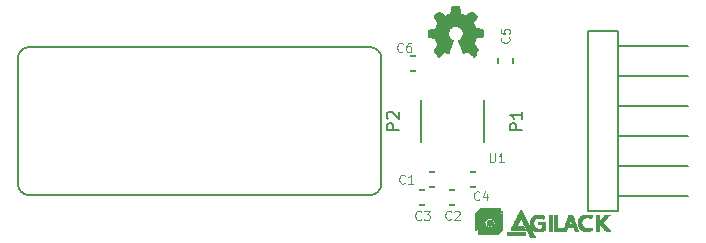
<source format=gto>
G04 #@! TF.FileFunction,Legend,Top*
%FSLAX46Y46*%
G04 Gerber Fmt 4.6, Leading zero omitted, Abs format (unit mm)*
G04 Created by KiCad (PCBNEW 4.0.2+dfsg1-stable) date ven. 30 juin 2017 17:47:39 CEST*
%MOMM*%
G01*
G04 APERTURE LIST*
%ADD10C,0.100000*%
%ADD11C,0.150000*%
%ADD12C,0.203200*%
%ADD13C,0.127000*%
%ADD14C,0.027940*%
%ADD15C,0.124460*%
%ADD16C,0.101600*%
%ADD17C,2.178000*%
%ADD18C,4.900000*%
%ADD19R,0.699720X2.180540*%
%ADD20R,1.035000X1.543000*%
%ADD21R,1.543000X1.035000*%
%ADD22R,2.400000X2.300000*%
%ADD23C,2.300000*%
G04 APERTURE END LIST*
D10*
D11*
X123106200Y-110275000D02*
G75*
G03X124106200Y-111275000I1000000J0D01*
G01*
X152906200Y-111275000D02*
G75*
G03X153906200Y-110275000I0J1000000D01*
G01*
X153906200Y-99725000D02*
G75*
G03X152906200Y-98725000I-1000000J0D01*
G01*
X124106200Y-98725000D02*
G75*
G03X123106200Y-99725000I0J-1000000D01*
G01*
X124106200Y-98725000D02*
X152906200Y-98725000D01*
X153906200Y-99725000D02*
X153906200Y-110275000D01*
X152906200Y-111275000D02*
X124106200Y-111275000D01*
X123106200Y-110275000D02*
X123106200Y-99725000D01*
D12*
X157218400Y-103252480D02*
X157218400Y-106747520D01*
X162618400Y-106747520D02*
X162618400Y-103252480D01*
D13*
X157048200Y-109321600D02*
X159334200Y-109321600D01*
X159334200Y-109321600D02*
X159334200Y-110591600D01*
X159334200Y-110591600D02*
X157048200Y-110591600D01*
X157048200Y-110591600D02*
X157048200Y-109321600D01*
X158775400Y-110845600D02*
X161061400Y-110845600D01*
X161061400Y-110845600D02*
X161061400Y-112115600D01*
X161061400Y-112115600D02*
X158775400Y-112115600D01*
X158775400Y-112115600D02*
X158775400Y-110845600D01*
X158521400Y-112141000D02*
X156235400Y-112141000D01*
X156235400Y-112141000D02*
X156235400Y-110871000D01*
X156235400Y-110871000D02*
X158521400Y-110871000D01*
X158521400Y-110871000D02*
X158521400Y-112141000D01*
X162788600Y-110591600D02*
X160502600Y-110591600D01*
X160502600Y-110591600D02*
X160502600Y-109321600D01*
X160502600Y-109321600D02*
X162788600Y-109321600D01*
X162788600Y-109321600D02*
X162788600Y-110591600D01*
X165049200Y-98780600D02*
X165049200Y-101066600D01*
X165049200Y-101066600D02*
X163779200Y-101066600D01*
X163779200Y-101066600D02*
X163779200Y-98780600D01*
X163779200Y-98780600D02*
X165049200Y-98780600D01*
X157759400Y-100774500D02*
X155473400Y-100774500D01*
X155473400Y-100774500D02*
X155473400Y-99504500D01*
X155473400Y-99504500D02*
X157759400Y-99504500D01*
X157759400Y-99504500D02*
X157759400Y-100774500D01*
D11*
X179889800Y-111350000D02*
X173889800Y-111350000D01*
X179889800Y-108810000D02*
X173889800Y-108810000D01*
X179889800Y-106270000D02*
X173889800Y-106270000D01*
X179889800Y-103730000D02*
X173889800Y-103730000D01*
X179889800Y-101190000D02*
X173889800Y-101190000D01*
X179889800Y-98650000D02*
X173889800Y-98650000D01*
X171349800Y-97380000D02*
X171349800Y-112620000D01*
X171349800Y-112620000D02*
X173889800Y-112620000D01*
X173889800Y-112620000D02*
X173889800Y-97380000D01*
X171349800Y-97380000D02*
X173889800Y-97380000D01*
D14*
X159994600Y-95250000D02*
X160248600Y-95250000D01*
X159842200Y-95275400D02*
X160477200Y-95275400D01*
X159842200Y-95300800D02*
X160477200Y-95300800D01*
X159816800Y-95326200D02*
X160502600Y-95326200D01*
X159816800Y-95351600D02*
X160502600Y-95351600D01*
X159816800Y-95377000D02*
X160502600Y-95377000D01*
X159816800Y-95402400D02*
X160502600Y-95402400D01*
X159816800Y-95427800D02*
X160502600Y-95427800D01*
X159816800Y-95453200D02*
X160502600Y-95453200D01*
X159791400Y-95478600D02*
X160528000Y-95478600D01*
X159791400Y-95504000D02*
X160528000Y-95504000D01*
X159791400Y-95529400D02*
X160528000Y-95529400D01*
X159791400Y-95554800D02*
X160528000Y-95554800D01*
X159791400Y-95580200D02*
X160528000Y-95580200D01*
X159766000Y-95605600D02*
X160528000Y-95605600D01*
X159766000Y-95631000D02*
X160553400Y-95631000D01*
X159766000Y-95656400D02*
X160553400Y-95656400D01*
X159766000Y-95681800D02*
X160553400Y-95681800D01*
X159766000Y-95707200D02*
X160553400Y-95707200D01*
X158724600Y-95732600D02*
X158800800Y-95732600D01*
X159766000Y-95732600D02*
X160553400Y-95732600D01*
X161493200Y-95732600D02*
X161594800Y-95732600D01*
X158699200Y-95758000D02*
X158826200Y-95758000D01*
X159740600Y-95758000D02*
X160553400Y-95758000D01*
X161442400Y-95758000D02*
X161620200Y-95758000D01*
X158673800Y-95783400D02*
X158877000Y-95783400D01*
X159740600Y-95783400D02*
X160553400Y-95783400D01*
X161417000Y-95783400D02*
X161645600Y-95783400D01*
X158623000Y-95808800D02*
X158902400Y-95808800D01*
X159740600Y-95808800D02*
X160578800Y-95808800D01*
X161366200Y-95808800D02*
X161696400Y-95808800D01*
X158597600Y-95834200D02*
X158953200Y-95834200D01*
X159740600Y-95834200D02*
X160578800Y-95834200D01*
X161340800Y-95834200D02*
X161721800Y-95834200D01*
X158572200Y-95859600D02*
X158978600Y-95859600D01*
X159740600Y-95859600D02*
X160578800Y-95859600D01*
X161290000Y-95859600D02*
X161747200Y-95859600D01*
X158546800Y-95885000D02*
X159004000Y-95885000D01*
X159715200Y-95885000D02*
X160578800Y-95885000D01*
X161264600Y-95885000D02*
X161772600Y-95885000D01*
X158521400Y-95910400D02*
X159054800Y-95910400D01*
X159639000Y-95910400D02*
X160680400Y-95910400D01*
X161213800Y-95910400D02*
X161798000Y-95910400D01*
X158496000Y-95935800D02*
X159080200Y-95935800D01*
X159562800Y-95935800D02*
X160756600Y-95935800D01*
X161188400Y-95935800D02*
X161823400Y-95935800D01*
X158470600Y-95961200D02*
X159131000Y-95961200D01*
X159486600Y-95961200D02*
X160807400Y-95961200D01*
X161137600Y-95961200D02*
X161848800Y-95961200D01*
X158445200Y-95986600D02*
X159156400Y-95986600D01*
X159435800Y-95986600D02*
X160883600Y-95986600D01*
X161112200Y-95986600D02*
X161874200Y-95986600D01*
X158419800Y-96012000D02*
X159181800Y-96012000D01*
X159385000Y-96012000D02*
X160934400Y-96012000D01*
X161086800Y-96012000D02*
X161899600Y-96012000D01*
X158394400Y-96037400D02*
X159232600Y-96037400D01*
X159334200Y-96037400D02*
X160985200Y-96037400D01*
X161036000Y-96037400D02*
X161925000Y-96037400D01*
X158369000Y-96062800D02*
X159258000Y-96062800D01*
X159283400Y-96062800D02*
X161950400Y-96062800D01*
X158343600Y-96088200D02*
X161950400Y-96088200D01*
X158343600Y-96113600D02*
X161975800Y-96113600D01*
X158318200Y-96139000D02*
X161975800Y-96139000D01*
X158318200Y-96164400D02*
X161975800Y-96164400D01*
X158343600Y-96189800D02*
X161975800Y-96189800D01*
X158343600Y-96215200D02*
X161950400Y-96215200D01*
X158369000Y-96240600D02*
X161950400Y-96240600D01*
X158394400Y-96266000D02*
X161925000Y-96266000D01*
X158394400Y-96291400D02*
X161899600Y-96291400D01*
X158419800Y-96316800D02*
X161874200Y-96316800D01*
X158445200Y-96342200D02*
X161874200Y-96342200D01*
X158470600Y-96367600D02*
X161848800Y-96367600D01*
X158470600Y-96393000D02*
X161823400Y-96393000D01*
X158496000Y-96418400D02*
X161823400Y-96418400D01*
X158521400Y-96443800D02*
X161798000Y-96443800D01*
X158521400Y-96469200D02*
X161772600Y-96469200D01*
X158546800Y-96494600D02*
X161747200Y-96494600D01*
X158572200Y-96520000D02*
X161747200Y-96520000D01*
X158572200Y-96545400D02*
X161721800Y-96545400D01*
X158597600Y-96570800D02*
X161696400Y-96570800D01*
X158623000Y-96596200D02*
X161671000Y-96596200D01*
X158623000Y-96621600D02*
X161671000Y-96621600D01*
X158648400Y-96647000D02*
X161645600Y-96647000D01*
X158648400Y-96672400D02*
X161645600Y-96672400D01*
X158648400Y-96697800D02*
X161671000Y-96697800D01*
X158623000Y-96723200D02*
X161696400Y-96723200D01*
X158623000Y-96748600D02*
X161696400Y-96748600D01*
X158597600Y-96774000D02*
X161721800Y-96774000D01*
X158597600Y-96799400D02*
X161721800Y-96799400D01*
X158572200Y-96824800D02*
X161747200Y-96824800D01*
X158572200Y-96850200D02*
X161747200Y-96850200D01*
X158546800Y-96875600D02*
X161772600Y-96875600D01*
X158546800Y-96901000D02*
X161772600Y-96901000D01*
X158521400Y-96926400D02*
X161772600Y-96926400D01*
X158521400Y-96951800D02*
X160045400Y-96951800D01*
X160274000Y-96951800D02*
X161798000Y-96951800D01*
X158521400Y-96977200D02*
X159969200Y-96977200D01*
X160350200Y-96977200D02*
X161798000Y-96977200D01*
X158496000Y-97002600D02*
X159893000Y-97002600D01*
X160426400Y-97002600D02*
X161823400Y-97002600D01*
X158496000Y-97028000D02*
X159842200Y-97028000D01*
X160477200Y-97028000D02*
X161823400Y-97028000D01*
X158496000Y-97053400D02*
X159816800Y-97053400D01*
X160502600Y-97053400D02*
X161823400Y-97053400D01*
X158470600Y-97078800D02*
X159766000Y-97078800D01*
X160553400Y-97078800D02*
X161848800Y-97078800D01*
X158470600Y-97104200D02*
X159740600Y-97104200D01*
X160578800Y-97104200D02*
X161925000Y-97104200D01*
X158470600Y-97129600D02*
X159715200Y-97129600D01*
X160604200Y-97129600D02*
X162077400Y-97129600D01*
X158445200Y-97155000D02*
X159689800Y-97155000D01*
X160629600Y-97155000D02*
X162204400Y-97155000D01*
X158292800Y-97180400D02*
X159664400Y-97180400D01*
X160655000Y-97180400D02*
X162356800Y-97180400D01*
X158140400Y-97205800D02*
X159664400Y-97205800D01*
X160655000Y-97205800D02*
X162458400Y-97205800D01*
X157988000Y-97231200D02*
X159639000Y-97231200D01*
X160680400Y-97231200D02*
X162458400Y-97231200D01*
X157861000Y-97256600D02*
X159613600Y-97256600D01*
X160705800Y-97256600D02*
X162483800Y-97256600D01*
X157835600Y-97282000D02*
X159613600Y-97282000D01*
X160705800Y-97282000D02*
X162483800Y-97282000D01*
X157835600Y-97307400D02*
X159588200Y-97307400D01*
X160731200Y-97307400D02*
X162483800Y-97307400D01*
X157835600Y-97332800D02*
X159588200Y-97332800D01*
X160731200Y-97332800D02*
X162483800Y-97332800D01*
X157835600Y-97358200D02*
X159562800Y-97358200D01*
X160756600Y-97358200D02*
X162483800Y-97358200D01*
X157835600Y-97383600D02*
X159562800Y-97383600D01*
X160756600Y-97383600D02*
X162483800Y-97383600D01*
X157835600Y-97409000D02*
X159562800Y-97409000D01*
X160756600Y-97409000D02*
X162483800Y-97409000D01*
X157835600Y-97434400D02*
X159562800Y-97434400D01*
X160782000Y-97434400D02*
X162483800Y-97434400D01*
X157835600Y-97459800D02*
X159537400Y-97459800D01*
X160782000Y-97459800D02*
X162483800Y-97459800D01*
X157835600Y-97485200D02*
X159537400Y-97485200D01*
X160782000Y-97485200D02*
X162509200Y-97485200D01*
X157810200Y-97510600D02*
X159537400Y-97510600D01*
X160782000Y-97510600D02*
X162509200Y-97510600D01*
X157810200Y-97536000D02*
X159537400Y-97536000D01*
X160782000Y-97536000D02*
X162509200Y-97536000D01*
X157810200Y-97561400D02*
X159537400Y-97561400D01*
X160782000Y-97561400D02*
X162509200Y-97561400D01*
X157810200Y-97586800D02*
X159537400Y-97586800D01*
X160782000Y-97586800D02*
X162509200Y-97586800D01*
X157810200Y-97612200D02*
X159537400Y-97612200D01*
X160782000Y-97612200D02*
X162509200Y-97612200D01*
X157810200Y-97637600D02*
X159537400Y-97637600D01*
X160782000Y-97637600D02*
X162509200Y-97637600D01*
X157810200Y-97663000D02*
X159537400Y-97663000D01*
X160782000Y-97663000D02*
X162509200Y-97663000D01*
X157810200Y-97688400D02*
X159537400Y-97688400D01*
X160782000Y-97688400D02*
X162509200Y-97688400D01*
X157810200Y-97713800D02*
X159562800Y-97713800D01*
X160782000Y-97713800D02*
X162509200Y-97713800D01*
X157835600Y-97739200D02*
X159562800Y-97739200D01*
X160756600Y-97739200D02*
X162509200Y-97739200D01*
X157835600Y-97764600D02*
X159562800Y-97764600D01*
X160756600Y-97764600D02*
X162483800Y-97764600D01*
X157835600Y-97790000D02*
X159588200Y-97790000D01*
X160756600Y-97790000D02*
X162483800Y-97790000D01*
X157835600Y-97815400D02*
X159588200Y-97815400D01*
X160731200Y-97815400D02*
X162483800Y-97815400D01*
X157835600Y-97840800D02*
X159588200Y-97840800D01*
X160731200Y-97840800D02*
X162458400Y-97840800D01*
X157835600Y-97866200D02*
X159613600Y-97866200D01*
X160705800Y-97866200D02*
X162306000Y-97866200D01*
X157937200Y-97891600D02*
X159639000Y-97891600D01*
X160705800Y-97891600D02*
X162153600Y-97891600D01*
X158064200Y-97917000D02*
X159639000Y-97917000D01*
X160680400Y-97917000D02*
X161975800Y-97917000D01*
X158216600Y-97942400D02*
X159664400Y-97942400D01*
X160655000Y-97942400D02*
X161874200Y-97942400D01*
X158343600Y-97967800D02*
X159689800Y-97967800D01*
X160629600Y-97967800D02*
X161874200Y-97967800D01*
X158445200Y-97993200D02*
X159715200Y-97993200D01*
X160629600Y-97993200D02*
X161874200Y-97993200D01*
X158470600Y-98018600D02*
X159715200Y-98018600D01*
X160604200Y-98018600D02*
X161848800Y-98018600D01*
X158470600Y-98044000D02*
X159766000Y-98044000D01*
X160553400Y-98044000D02*
X161848800Y-98044000D01*
X158470600Y-98069400D02*
X159791400Y-98069400D01*
X160528000Y-98069400D02*
X161848800Y-98069400D01*
X158470600Y-98094800D02*
X159816800Y-98094800D01*
X160502600Y-98094800D02*
X161848800Y-98094800D01*
X158496000Y-98120200D02*
X159867600Y-98120200D01*
X160451800Y-98120200D02*
X161823400Y-98120200D01*
X158496000Y-98145600D02*
X159918400Y-98145600D01*
X160401000Y-98145600D02*
X161823400Y-98145600D01*
X158496000Y-98171000D02*
X159943800Y-98171000D01*
X160401000Y-98171000D02*
X161823400Y-98171000D01*
X158521400Y-98196400D02*
X159943800Y-98196400D01*
X160401000Y-98196400D02*
X161798000Y-98196400D01*
X158521400Y-98221800D02*
X159943800Y-98221800D01*
X160401000Y-98221800D02*
X161798000Y-98221800D01*
X158521400Y-98247200D02*
X159918400Y-98247200D01*
X160426400Y-98247200D02*
X161772600Y-98247200D01*
X158546800Y-98272600D02*
X159918400Y-98272600D01*
X160426400Y-98272600D02*
X161772600Y-98272600D01*
X158546800Y-98298000D02*
X159918400Y-98298000D01*
X160426400Y-98298000D02*
X161772600Y-98298000D01*
X158572200Y-98323400D02*
X159893000Y-98323400D01*
X160451800Y-98323400D02*
X161747200Y-98323400D01*
X158572200Y-98348800D02*
X159893000Y-98348800D01*
X160451800Y-98348800D02*
X161747200Y-98348800D01*
X158597600Y-98374200D02*
X159867600Y-98374200D01*
X160477200Y-98374200D02*
X161721800Y-98374200D01*
X158597600Y-98399600D02*
X159867600Y-98399600D01*
X160477200Y-98399600D02*
X161721800Y-98399600D01*
X158623000Y-98425000D02*
X159867600Y-98425000D01*
X160477200Y-98425000D02*
X161696400Y-98425000D01*
X158623000Y-98450400D02*
X159842200Y-98450400D01*
X160502600Y-98450400D02*
X161721800Y-98450400D01*
X158648400Y-98475800D02*
X159842200Y-98475800D01*
X160502600Y-98475800D02*
X161721800Y-98475800D01*
X158648400Y-98501200D02*
X159842200Y-98501200D01*
X160528000Y-98501200D02*
X161747200Y-98501200D01*
X158648400Y-98526600D02*
X159816800Y-98526600D01*
X160528000Y-98526600D02*
X161772600Y-98526600D01*
X158648400Y-98552000D02*
X159816800Y-98552000D01*
X160528000Y-98552000D02*
X161798000Y-98552000D01*
X158623000Y-98577400D02*
X159816800Y-98577400D01*
X160553400Y-98577400D02*
X161798000Y-98577400D01*
X158597600Y-98602800D02*
X159791400Y-98602800D01*
X160553400Y-98602800D02*
X161823400Y-98602800D01*
X158572200Y-98628200D02*
X159791400Y-98628200D01*
X160553400Y-98628200D02*
X161848800Y-98628200D01*
X158572200Y-98653600D02*
X159791400Y-98653600D01*
X160578800Y-98653600D02*
X161848800Y-98653600D01*
X158546800Y-98679000D02*
X159766000Y-98679000D01*
X160578800Y-98679000D02*
X161874200Y-98679000D01*
X158521400Y-98704400D02*
X159766000Y-98704400D01*
X160604200Y-98704400D02*
X161899600Y-98704400D01*
X158496000Y-98729800D02*
X159766000Y-98729800D01*
X160604200Y-98729800D02*
X161899600Y-98729800D01*
X158496000Y-98755200D02*
X159740600Y-98755200D01*
X160604200Y-98755200D02*
X161925000Y-98755200D01*
X158470600Y-98780600D02*
X159740600Y-98780600D01*
X160629600Y-98780600D02*
X161950400Y-98780600D01*
X158445200Y-98806000D02*
X159715200Y-98806000D01*
X160629600Y-98806000D02*
X161950400Y-98806000D01*
X158445200Y-98831400D02*
X159715200Y-98831400D01*
X160655000Y-98831400D02*
X161975800Y-98831400D01*
X158419800Y-98856800D02*
X159715200Y-98856800D01*
X160655000Y-98856800D02*
X162001200Y-98856800D01*
X158394400Y-98882200D02*
X159689800Y-98882200D01*
X160655000Y-98882200D02*
X162026600Y-98882200D01*
X158369000Y-98907600D02*
X159689800Y-98907600D01*
X160680400Y-98907600D02*
X162026600Y-98907600D01*
X158369000Y-98933000D02*
X159689800Y-98933000D01*
X160680400Y-98933000D02*
X162052000Y-98933000D01*
X158343600Y-98958400D02*
X159664400Y-98958400D01*
X160705800Y-98958400D02*
X162052000Y-98958400D01*
X158318200Y-98983800D02*
X159664400Y-98983800D01*
X160705800Y-98983800D02*
X162052000Y-98983800D01*
X158318200Y-99009200D02*
X159664400Y-99009200D01*
X160705800Y-99009200D02*
X162026600Y-99009200D01*
X158318200Y-99034600D02*
X159639000Y-99034600D01*
X160731200Y-99034600D02*
X162001200Y-99034600D01*
X158318200Y-99060000D02*
X159639000Y-99060000D01*
X160731200Y-99060000D02*
X161975800Y-99060000D01*
X158343600Y-99085400D02*
X159639000Y-99085400D01*
X160731200Y-99085400D02*
X161950400Y-99085400D01*
X158369000Y-99110800D02*
X159613600Y-99110800D01*
X160756600Y-99110800D02*
X161950400Y-99110800D01*
X158394400Y-99136200D02*
X159613600Y-99136200D01*
X160756600Y-99136200D02*
X161112200Y-99136200D01*
X161163000Y-99136200D02*
X161925000Y-99136200D01*
X158419800Y-99161600D02*
X159613600Y-99161600D01*
X160782000Y-99161600D02*
X161036000Y-99161600D01*
X161239200Y-99161600D02*
X161899600Y-99161600D01*
X158445200Y-99187000D02*
X159207200Y-99187000D01*
X159334200Y-99187000D02*
X159588200Y-99187000D01*
X160782000Y-99187000D02*
X160985200Y-99187000D01*
X161264600Y-99187000D02*
X161874200Y-99187000D01*
X158470600Y-99212400D02*
X159156400Y-99212400D01*
X159410400Y-99212400D02*
X159588200Y-99212400D01*
X160782000Y-99212400D02*
X160934400Y-99212400D01*
X161290000Y-99212400D02*
X161848800Y-99212400D01*
X158496000Y-99237800D02*
X159105600Y-99237800D01*
X159461200Y-99237800D02*
X159562800Y-99237800D01*
X160807400Y-99237800D02*
X160883600Y-99237800D01*
X161315400Y-99237800D02*
X161874200Y-99237800D01*
X158521400Y-99263200D02*
X159080200Y-99263200D01*
X159512000Y-99263200D02*
X159562800Y-99263200D01*
X160807400Y-99263200D02*
X160832800Y-99263200D01*
X161315400Y-99263200D02*
X161874200Y-99263200D01*
X158546800Y-99288600D02*
X159029400Y-99288600D01*
X161366200Y-99288600D02*
X161874200Y-99288600D01*
X158572200Y-99314000D02*
X159004000Y-99314000D01*
X161391600Y-99314000D02*
X161874200Y-99314000D01*
X158572200Y-99339400D02*
X158953200Y-99339400D01*
X161417000Y-99339400D02*
X161874200Y-99339400D01*
X158572200Y-99364800D02*
X158927800Y-99364800D01*
X161467800Y-99364800D02*
X161874200Y-99364800D01*
X158572200Y-99390200D02*
X158902400Y-99390200D01*
X161518600Y-99390200D02*
X161848800Y-99390200D01*
X158597600Y-99415600D02*
X158877000Y-99415600D01*
X161569400Y-99415600D02*
X161848800Y-99415600D01*
X158597600Y-99441000D02*
X158851600Y-99441000D01*
X161594800Y-99441000D02*
X161823400Y-99441000D01*
X158623000Y-99466400D02*
X158851600Y-99466400D01*
X161620200Y-99466400D02*
X161823400Y-99466400D01*
X158648400Y-99491800D02*
X158826200Y-99491800D01*
X161645600Y-99491800D02*
X161798000Y-99491800D01*
X158673800Y-99517200D02*
X158826200Y-99517200D01*
X161671000Y-99517200D02*
X161772600Y-99517200D01*
X158699200Y-99542600D02*
X158800800Y-99542600D01*
X161696400Y-99542600D02*
X161747200Y-99542600D01*
X158724600Y-99568000D02*
X158800800Y-99568000D01*
X162295840Y-112351820D02*
X163946840Y-112351820D01*
X162270440Y-112377220D02*
X163946840Y-112377220D01*
X162245040Y-112402620D02*
X163946840Y-112402620D01*
X162219640Y-112428020D02*
X163946840Y-112428020D01*
X162194240Y-112453420D02*
X163946840Y-112453420D01*
X162168840Y-112478820D02*
X163946840Y-112478820D01*
X162143440Y-112504220D02*
X163946840Y-112504220D01*
X165674040Y-112504220D02*
X165699440Y-112504220D01*
X162118040Y-112529620D02*
X162422840Y-112529620D01*
X165648640Y-112529620D02*
X165724840Y-112529620D01*
X162092640Y-112555020D02*
X162397440Y-112555020D01*
X165648640Y-112555020D02*
X165724840Y-112555020D01*
X162067240Y-112580420D02*
X162372040Y-112580420D01*
X165623240Y-112580420D02*
X165750240Y-112580420D01*
X162041840Y-112605820D02*
X162346640Y-112605820D01*
X162422840Y-112605820D02*
X164099240Y-112605820D01*
X165623240Y-112605820D02*
X165750240Y-112605820D01*
X162016440Y-112631220D02*
X162321240Y-112631220D01*
X162397440Y-112631220D02*
X164099240Y-112631220D01*
X165597840Y-112631220D02*
X165775640Y-112631220D01*
X161991040Y-112656620D02*
X162295840Y-112656620D01*
X162372040Y-112656620D02*
X164048440Y-112656620D01*
X164073840Y-112656620D02*
X164099240Y-112656620D01*
X165597840Y-112656620D02*
X165775640Y-112656620D01*
X161965640Y-112682020D02*
X162270440Y-112682020D01*
X162346640Y-112682020D02*
X164023040Y-112682020D01*
X164073840Y-112682020D02*
X164099240Y-112682020D01*
X165572440Y-112682020D02*
X165801040Y-112682020D01*
X161940240Y-112707420D02*
X162245040Y-112707420D01*
X162321240Y-112707420D02*
X163997640Y-112707420D01*
X164073840Y-112707420D02*
X164099240Y-112707420D01*
X165572440Y-112707420D02*
X165801040Y-112707420D01*
X161914840Y-112732820D02*
X162219640Y-112732820D01*
X162295840Y-112732820D02*
X163972240Y-112732820D01*
X164073840Y-112732820D02*
X164099240Y-112732820D01*
X165547040Y-112732820D02*
X165826440Y-112732820D01*
X161889440Y-112758220D02*
X162194240Y-112758220D01*
X162270440Y-112758220D02*
X163946840Y-112758220D01*
X164073840Y-112758220D02*
X164099240Y-112758220D01*
X165547040Y-112758220D02*
X165826440Y-112758220D01*
X161864040Y-112783620D02*
X162168840Y-112783620D01*
X162245040Y-112783620D02*
X163921440Y-112783620D01*
X164073840Y-112783620D02*
X164099240Y-112783620D01*
X165521640Y-112783620D02*
X165851840Y-112783620D01*
X161838640Y-112809020D02*
X162143440Y-112809020D01*
X162219640Y-112809020D02*
X163896040Y-112809020D01*
X164073840Y-112809020D02*
X164099240Y-112809020D01*
X165521640Y-112809020D02*
X165851840Y-112809020D01*
X161813240Y-112834420D02*
X162118040Y-112834420D01*
X162194240Y-112834420D02*
X163870640Y-112834420D01*
X164023040Y-112834420D02*
X164099240Y-112834420D01*
X165496240Y-112834420D02*
X165877240Y-112834420D01*
X161787840Y-112859820D02*
X162092640Y-112859820D01*
X162168840Y-112859820D02*
X163845240Y-112859820D01*
X164023040Y-112859820D02*
X164099240Y-112859820D01*
X165496240Y-112859820D02*
X165877240Y-112859820D01*
X161787840Y-112885220D02*
X162092640Y-112885220D01*
X162143440Y-112885220D02*
X163819840Y-112885220D01*
X163972240Y-112885220D02*
X164099240Y-112885220D01*
X165470840Y-112885220D02*
X165902640Y-112885220D01*
X161787840Y-112910620D02*
X162067240Y-112910620D01*
X162118040Y-112910620D02*
X163794440Y-112910620D01*
X163946840Y-112910620D02*
X164099240Y-112910620D01*
X165470840Y-112910620D02*
X165902640Y-112910620D01*
X168061640Y-112910620D02*
X168315640Y-112910620D01*
X168493440Y-112910620D02*
X168747440Y-112910620D01*
X169763440Y-112910620D02*
X170042840Y-112910620D01*
X171058840Y-112910620D02*
X171516040Y-112910620D01*
X172074840Y-112910620D02*
X172328840Y-112910620D01*
X172862240Y-112910620D02*
X173217840Y-112910620D01*
X161787840Y-112936020D02*
X162016440Y-112936020D01*
X162092640Y-112936020D02*
X163769040Y-112936020D01*
X163921440Y-112936020D02*
X164099240Y-112936020D01*
X165445440Y-112936020D02*
X165928040Y-112936020D01*
X166994840Y-112936020D02*
X167426640Y-112936020D01*
X168061640Y-112936020D02*
X168315640Y-112936020D01*
X168493440Y-112936020D02*
X168747440Y-112936020D01*
X169738040Y-112936020D02*
X170042840Y-112936020D01*
X170982640Y-112936020D02*
X171617640Y-112936020D01*
X172074840Y-112936020D02*
X172328840Y-112936020D01*
X172836840Y-112936020D02*
X173192440Y-112936020D01*
X161787840Y-112961420D02*
X162016440Y-112961420D01*
X162067240Y-112961420D02*
X163743640Y-112961420D01*
X163896040Y-112961420D02*
X164099240Y-112961420D01*
X165445440Y-112961420D02*
X165928040Y-112961420D01*
X166893240Y-112961420D02*
X167502840Y-112961420D01*
X168061640Y-112961420D02*
X168315640Y-112961420D01*
X168493440Y-112961420D02*
X168747440Y-112961420D01*
X169738040Y-112961420D02*
X170068240Y-112961420D01*
X170931840Y-112961420D02*
X171668440Y-112961420D01*
X172074840Y-112961420D02*
X172328840Y-112961420D01*
X172811440Y-112961420D02*
X173167040Y-112961420D01*
X161787840Y-112986820D02*
X161991040Y-112986820D01*
X162041840Y-112986820D02*
X163718240Y-112986820D01*
X163870640Y-112986820D02*
X164099240Y-112986820D01*
X165420040Y-112986820D02*
X165953440Y-112986820D01*
X166842440Y-112986820D02*
X167579040Y-112986820D01*
X168061640Y-112986820D02*
X168315640Y-112986820D01*
X168493440Y-112986820D02*
X168747440Y-112986820D01*
X169738040Y-112986820D02*
X170068240Y-112986820D01*
X170881040Y-112986820D02*
X171719240Y-112986820D01*
X172074840Y-112986820D02*
X172328840Y-112986820D01*
X172786040Y-112986820D02*
X173141640Y-112986820D01*
X161787840Y-113012220D02*
X161965640Y-113012220D01*
X162041840Y-113012220D02*
X163692840Y-113012220D01*
X163845240Y-113012220D02*
X164048440Y-113012220D01*
X164073840Y-113012220D02*
X164099240Y-113012220D01*
X165420040Y-113012220D02*
X165953440Y-113012220D01*
X166791640Y-113012220D02*
X167629840Y-113012220D01*
X168061640Y-113012220D02*
X168315640Y-113012220D01*
X168493440Y-113012220D02*
X168747440Y-113012220D01*
X169712640Y-113012220D02*
X170068240Y-113012220D01*
X170830240Y-113012220D02*
X171719240Y-113012220D01*
X172074840Y-113012220D02*
X172328840Y-113012220D01*
X172760640Y-113012220D02*
X173116240Y-113012220D01*
X161787840Y-113037620D02*
X161965640Y-113037620D01*
X162041840Y-113037620D02*
X163667440Y-113037620D01*
X163819840Y-113037620D02*
X164023040Y-113037620D01*
X164073840Y-113037620D02*
X164099240Y-113037620D01*
X165394640Y-113037620D02*
X165978840Y-113037620D01*
X166766240Y-113037620D02*
X167680640Y-113037620D01*
X168061640Y-113037620D02*
X168315640Y-113037620D01*
X168493440Y-113037620D02*
X168747440Y-113037620D01*
X169712640Y-113037620D02*
X170093640Y-113037620D01*
X170804840Y-113037620D02*
X171719240Y-113037620D01*
X172074840Y-113037620D02*
X172328840Y-113037620D01*
X172735240Y-113037620D02*
X173090840Y-113037620D01*
X161787840Y-113063020D02*
X161965640Y-113063020D01*
X162041840Y-113063020D02*
X163642040Y-113063020D01*
X163794440Y-113063020D02*
X163997640Y-113063020D01*
X164073840Y-113063020D02*
X164099240Y-113063020D01*
X165394640Y-113063020D02*
X165978840Y-113063020D01*
X166715440Y-113063020D02*
X167706040Y-113063020D01*
X168061640Y-113063020D02*
X168315640Y-113063020D01*
X168493440Y-113063020D02*
X168747440Y-113063020D01*
X169712640Y-113063020D02*
X170093640Y-113063020D01*
X170754040Y-113063020D02*
X171693840Y-113063020D01*
X172074840Y-113063020D02*
X172328840Y-113063020D01*
X172709840Y-113063020D02*
X173065440Y-113063020D01*
X161787840Y-113088420D02*
X161965640Y-113088420D01*
X162041840Y-113088420D02*
X163616640Y-113088420D01*
X163769040Y-113088420D02*
X163972240Y-113088420D01*
X164073840Y-113088420D02*
X164099240Y-113088420D01*
X165369240Y-113088420D02*
X166004240Y-113088420D01*
X166690040Y-113088420D02*
X167706040Y-113088420D01*
X168061640Y-113088420D02*
X168315640Y-113088420D01*
X168493440Y-113088420D02*
X168747440Y-113088420D01*
X169687240Y-113088420D02*
X170119040Y-113088420D01*
X170728640Y-113088420D02*
X171693840Y-113088420D01*
X172074840Y-113088420D02*
X172328840Y-113088420D01*
X172709840Y-113088420D02*
X173040040Y-113088420D01*
X161787840Y-113113820D02*
X161965640Y-113113820D01*
X162041840Y-113113820D02*
X163591240Y-113113820D01*
X163743640Y-113113820D02*
X163946840Y-113113820D01*
X164073840Y-113113820D02*
X164099240Y-113113820D01*
X165369240Y-113113820D02*
X166004240Y-113113820D01*
X166664640Y-113113820D02*
X167706040Y-113113820D01*
X168061640Y-113113820D02*
X168315640Y-113113820D01*
X168493440Y-113113820D02*
X168747440Y-113113820D01*
X169687240Y-113113820D02*
X170119040Y-113113820D01*
X170703240Y-113113820D02*
X171668440Y-113113820D01*
X172074840Y-113113820D02*
X172328840Y-113113820D01*
X172684440Y-113113820D02*
X173014640Y-113113820D01*
X161787840Y-113139220D02*
X161965640Y-113139220D01*
X162041840Y-113139220D02*
X163565840Y-113139220D01*
X163718240Y-113139220D02*
X163921440Y-113139220D01*
X164048440Y-113139220D02*
X164099240Y-113139220D01*
X165343840Y-113139220D02*
X166029640Y-113139220D01*
X166639240Y-113139220D02*
X167680640Y-113139220D01*
X168061640Y-113139220D02*
X168315640Y-113139220D01*
X168493440Y-113139220D02*
X168747440Y-113139220D01*
X169687240Y-113139220D02*
X170119040Y-113139220D01*
X170703240Y-113139220D02*
X171668440Y-113139220D01*
X172074840Y-113139220D02*
X172328840Y-113139220D01*
X172659040Y-113139220D02*
X172989240Y-113139220D01*
X161787840Y-113164620D02*
X161965640Y-113164620D01*
X162041840Y-113164620D02*
X163540440Y-113164620D01*
X163692840Y-113164620D02*
X163896040Y-113164620D01*
X164023040Y-113164620D02*
X164099240Y-113164620D01*
X165343840Y-113164620D02*
X166029640Y-113164620D01*
X166613840Y-113164620D02*
X167655240Y-113164620D01*
X168061640Y-113164620D02*
X168315640Y-113164620D01*
X168493440Y-113164620D02*
X168747440Y-113164620D01*
X169661840Y-113164620D02*
X170144440Y-113164620D01*
X170677840Y-113164620D02*
X171135040Y-113164620D01*
X171490640Y-113164620D02*
X171668440Y-113164620D01*
X172074840Y-113164620D02*
X172328840Y-113164620D01*
X172633640Y-113164620D02*
X172963840Y-113164620D01*
X161787840Y-113190020D02*
X161965640Y-113190020D01*
X162041840Y-113190020D02*
X163515040Y-113190020D01*
X163667440Y-113190020D02*
X163870640Y-113190020D01*
X163997640Y-113190020D02*
X164099240Y-113190020D01*
X165318440Y-113190020D02*
X165674040Y-113190020D01*
X165699440Y-113190020D02*
X166055040Y-113190020D01*
X166613840Y-113190020D02*
X167071040Y-113190020D01*
X167375840Y-113190020D02*
X167655240Y-113190020D01*
X168061640Y-113190020D02*
X168315640Y-113190020D01*
X168493440Y-113190020D02*
X168747440Y-113190020D01*
X169661840Y-113190020D02*
X170144440Y-113190020D01*
X170652440Y-113190020D02*
X171084240Y-113190020D01*
X171566840Y-113190020D02*
X171643040Y-113190020D01*
X172074840Y-113190020D02*
X172328840Y-113190020D01*
X172608240Y-113190020D02*
X172938440Y-113190020D01*
X161787840Y-113215420D02*
X161965640Y-113215420D01*
X162041840Y-113215420D02*
X162956240Y-113215420D01*
X163159440Y-113215420D02*
X163489640Y-113215420D01*
X163642040Y-113215420D02*
X163845240Y-113215420D01*
X163972240Y-113215420D02*
X164099240Y-113215420D01*
X165318440Y-113215420D02*
X165674040Y-113215420D01*
X165699440Y-113215420D02*
X166055040Y-113215420D01*
X166588440Y-113215420D02*
X166994840Y-113215420D01*
X167477440Y-113215420D02*
X167629840Y-113215420D01*
X168061640Y-113215420D02*
X168315640Y-113215420D01*
X168493440Y-113215420D02*
X168747440Y-113215420D01*
X169636440Y-113215420D02*
X170144440Y-113215420D01*
X170627040Y-113215420D02*
X171033440Y-113215420D01*
X172074840Y-113215420D02*
X172328840Y-113215420D01*
X172582840Y-113215420D02*
X172938440Y-113215420D01*
X161787840Y-113240820D02*
X161965640Y-113240820D01*
X162041840Y-113240820D02*
X162880040Y-113240820D01*
X163235640Y-113240820D02*
X163464240Y-113240820D01*
X163616640Y-113240820D02*
X163819840Y-113240820D01*
X163946840Y-113240820D02*
X164099240Y-113240820D01*
X165293040Y-113240820D02*
X165648640Y-113240820D01*
X165724840Y-113240820D02*
X166080440Y-113240820D01*
X166563040Y-113240820D02*
X166969440Y-113240820D01*
X167528240Y-113240820D02*
X167629840Y-113240820D01*
X168061640Y-113240820D02*
X168315640Y-113240820D01*
X168493440Y-113240820D02*
X168747440Y-113240820D01*
X169636440Y-113240820D02*
X170169840Y-113240820D01*
X170627040Y-113240820D02*
X170982640Y-113240820D01*
X172074840Y-113240820D02*
X172328840Y-113240820D01*
X172557440Y-113240820D02*
X172913040Y-113240820D01*
X161787840Y-113266220D02*
X161965640Y-113266220D01*
X162041840Y-113266220D02*
X162854640Y-113266220D01*
X163286440Y-113266220D02*
X163438840Y-113266220D01*
X163591240Y-113266220D02*
X163794440Y-113266220D01*
X163921440Y-113266220D02*
X164099240Y-113266220D01*
X165293040Y-113266220D02*
X165648640Y-113266220D01*
X165724840Y-113266220D02*
X166080440Y-113266220D01*
X166563040Y-113266220D02*
X166918640Y-113266220D01*
X167579040Y-113266220D02*
X167604440Y-113266220D01*
X168061640Y-113266220D02*
X168315640Y-113266220D01*
X168493440Y-113266220D02*
X168747440Y-113266220D01*
X169636440Y-113266220D02*
X169890440Y-113266220D01*
X169915840Y-113266220D02*
X170169840Y-113266220D01*
X170601640Y-113266220D02*
X170957240Y-113266220D01*
X172074840Y-113266220D02*
X172328840Y-113266220D01*
X172532040Y-113266220D02*
X172887640Y-113266220D01*
X161787840Y-113291620D02*
X161965640Y-113291620D01*
X162041840Y-113291620D02*
X162803840Y-113291620D01*
X163311840Y-113291620D02*
X163413440Y-113291620D01*
X163565840Y-113291620D02*
X163769040Y-113291620D01*
X163896040Y-113291620D02*
X164099240Y-113291620D01*
X165267640Y-113291620D02*
X165623240Y-113291620D01*
X165750240Y-113291620D02*
X166105840Y-113291620D01*
X166537640Y-113291620D02*
X166893240Y-113291620D01*
X168061640Y-113291620D02*
X168315640Y-113291620D01*
X168493440Y-113291620D02*
X168747440Y-113291620D01*
X169611040Y-113291620D02*
X169865040Y-113291620D01*
X169915840Y-113291620D02*
X170195240Y-113291620D01*
X170601640Y-113291620D02*
X170931840Y-113291620D01*
X172074840Y-113291620D02*
X172328840Y-113291620D01*
X172532040Y-113291620D02*
X172862240Y-113291620D01*
X161787840Y-113317020D02*
X161965640Y-113317020D01*
X162041840Y-113317020D02*
X162778440Y-113317020D01*
X163337240Y-113317020D02*
X163388040Y-113317020D01*
X163540440Y-113317020D02*
X163743640Y-113317020D01*
X163870640Y-113317020D02*
X164099240Y-113317020D01*
X165267640Y-113317020D02*
X165623240Y-113317020D01*
X165750240Y-113317020D02*
X166105840Y-113317020D01*
X166537640Y-113317020D02*
X166867840Y-113317020D01*
X168061640Y-113317020D02*
X168315640Y-113317020D01*
X168493440Y-113317020D02*
X168747440Y-113317020D01*
X169611040Y-113317020D02*
X169865040Y-113317020D01*
X169915840Y-113317020D02*
X170195240Y-113317020D01*
X170576240Y-113317020D02*
X170906440Y-113317020D01*
X172074840Y-113317020D02*
X172328840Y-113317020D01*
X172506640Y-113317020D02*
X172836840Y-113317020D01*
X161787840Y-113342420D02*
X161965640Y-113342420D01*
X162041840Y-113342420D02*
X162753040Y-113342420D01*
X162981640Y-113342420D02*
X163159440Y-113342420D01*
X163362640Y-113342420D02*
X163388040Y-113342420D01*
X163515040Y-113342420D02*
X163718240Y-113342420D01*
X163845240Y-113342420D02*
X164099240Y-113342420D01*
X165242240Y-113342420D02*
X165623240Y-113342420D01*
X165775640Y-113342420D02*
X166131240Y-113342420D01*
X166512240Y-113342420D02*
X166842440Y-113342420D01*
X168061640Y-113342420D02*
X168315640Y-113342420D01*
X168493440Y-113342420D02*
X168747440Y-113342420D01*
X169611040Y-113342420D02*
X169865040Y-113342420D01*
X169941240Y-113342420D02*
X170195240Y-113342420D01*
X170576240Y-113342420D02*
X170906440Y-113342420D01*
X172074840Y-113342420D02*
X172328840Y-113342420D01*
X172481240Y-113342420D02*
X172811440Y-113342420D01*
X161787840Y-113367820D02*
X161965640Y-113367820D01*
X162041840Y-113367820D02*
X162727640Y-113367820D01*
X162930840Y-113367820D02*
X163210240Y-113367820D01*
X163489640Y-113367820D02*
X163692840Y-113367820D01*
X163819840Y-113367820D02*
X164099240Y-113367820D01*
X165242240Y-113367820D02*
X165597840Y-113367820D01*
X165775640Y-113367820D02*
X166131240Y-113367820D01*
X166512240Y-113367820D02*
X166817040Y-113367820D01*
X168061640Y-113367820D02*
X168315640Y-113367820D01*
X168493440Y-113367820D02*
X168747440Y-113367820D01*
X169585640Y-113367820D02*
X169839640Y-113367820D01*
X169941240Y-113367820D02*
X170220640Y-113367820D01*
X170576240Y-113367820D02*
X170881040Y-113367820D01*
X172074840Y-113367820D02*
X172328840Y-113367820D01*
X172455840Y-113367820D02*
X172786040Y-113367820D01*
X161787840Y-113393220D02*
X161965640Y-113393220D01*
X162041840Y-113393220D02*
X162702240Y-113393220D01*
X162905440Y-113393220D02*
X163235640Y-113393220D01*
X163464240Y-113393220D02*
X163667440Y-113393220D01*
X163794440Y-113393220D02*
X164099240Y-113393220D01*
X165216840Y-113393220D02*
X165597840Y-113393220D01*
X165801040Y-113393220D02*
X166156640Y-113393220D01*
X166512240Y-113393220D02*
X166817040Y-113393220D01*
X168061640Y-113393220D02*
X168315640Y-113393220D01*
X168493440Y-113393220D02*
X168747440Y-113393220D01*
X169585640Y-113393220D02*
X169839640Y-113393220D01*
X169941240Y-113393220D02*
X170220640Y-113393220D01*
X170576240Y-113393220D02*
X170881040Y-113393220D01*
X172074840Y-113393220D02*
X172328840Y-113393220D01*
X172430440Y-113393220D02*
X172760640Y-113393220D01*
X161787840Y-113418620D02*
X161965640Y-113418620D01*
X162041840Y-113418620D02*
X162676840Y-113418620D01*
X162880040Y-113418620D02*
X163261040Y-113418620D01*
X163464240Y-113418620D02*
X163642040Y-113418620D01*
X163769040Y-113418620D02*
X164099240Y-113418620D01*
X165216840Y-113418620D02*
X165572440Y-113418620D01*
X165801040Y-113418620D02*
X166182040Y-113418620D01*
X166512240Y-113418620D02*
X166791640Y-113418620D01*
X168061640Y-113418620D02*
X168315640Y-113418620D01*
X168493440Y-113418620D02*
X168747440Y-113418620D01*
X169560240Y-113418620D02*
X169839640Y-113418620D01*
X169966640Y-113418620D02*
X170220640Y-113418620D01*
X170550840Y-113418620D02*
X170855640Y-113418620D01*
X172074840Y-113418620D02*
X172328840Y-113418620D01*
X172405040Y-113418620D02*
X172735240Y-113418620D01*
X161787840Y-113444020D02*
X161965640Y-113444020D01*
X162041840Y-113444020D02*
X162651440Y-113444020D01*
X162854640Y-113444020D02*
X163286440Y-113444020D01*
X163464240Y-113444020D02*
X163616640Y-113444020D01*
X163743640Y-113444020D02*
X164099240Y-113444020D01*
X165191440Y-113444020D02*
X165572440Y-113444020D01*
X165826440Y-113444020D02*
X166182040Y-113444020D01*
X166486840Y-113444020D02*
X166791640Y-113444020D01*
X168061640Y-113444020D02*
X168315640Y-113444020D01*
X168493440Y-113444020D02*
X168747440Y-113444020D01*
X169560240Y-113444020D02*
X169814240Y-113444020D01*
X169966640Y-113444020D02*
X170246040Y-113444020D01*
X170550840Y-113444020D02*
X170855640Y-113444020D01*
X172074840Y-113444020D02*
X172328840Y-113444020D01*
X172379640Y-113444020D02*
X172709840Y-113444020D01*
X161787840Y-113469420D02*
X161965640Y-113469420D01*
X162041840Y-113469420D02*
X162626040Y-113469420D01*
X162854640Y-113469420D02*
X163286440Y-113469420D01*
X163464240Y-113469420D02*
X163565840Y-113469420D01*
X163718240Y-113469420D02*
X164099240Y-113469420D01*
X165191440Y-113469420D02*
X165547040Y-113469420D01*
X165826440Y-113469420D02*
X166207440Y-113469420D01*
X166486840Y-113469420D02*
X166791640Y-113469420D01*
X168061640Y-113469420D02*
X168315640Y-113469420D01*
X168493440Y-113469420D02*
X168747440Y-113469420D01*
X169560240Y-113469420D02*
X169814240Y-113469420D01*
X169966640Y-113469420D02*
X170246040Y-113469420D01*
X170550840Y-113469420D02*
X170830240Y-113469420D01*
X172074840Y-113469420D02*
X172328840Y-113469420D01*
X172354240Y-113469420D02*
X172684440Y-113469420D01*
X161787840Y-113494820D02*
X161965640Y-113494820D01*
X162041840Y-113494820D02*
X162600640Y-113494820D01*
X162829240Y-113494820D02*
X163286440Y-113494820D01*
X163464240Y-113494820D02*
X163540440Y-113494820D01*
X163692840Y-113494820D02*
X164099240Y-113494820D01*
X165166040Y-113494820D02*
X165547040Y-113494820D01*
X165851840Y-113494820D02*
X166207440Y-113494820D01*
X166486840Y-113494820D02*
X166766240Y-113494820D01*
X168061640Y-113494820D02*
X168315640Y-113494820D01*
X168493440Y-113494820D02*
X168747440Y-113494820D01*
X169534840Y-113494820D02*
X169814240Y-113494820D01*
X169992040Y-113494820D02*
X170246040Y-113494820D01*
X170550840Y-113494820D02*
X170830240Y-113494820D01*
X172074840Y-113494820D02*
X172328840Y-113494820D01*
X172354240Y-113494820D02*
X172659040Y-113494820D01*
X161787840Y-113520220D02*
X161965640Y-113520220D01*
X162041840Y-113520220D02*
X162575240Y-113520220D01*
X162829240Y-113520220D02*
X163311840Y-113520220D01*
X163464240Y-113520220D02*
X163515040Y-113520220D01*
X163667440Y-113520220D02*
X164099240Y-113520220D01*
X165166040Y-113520220D02*
X165521640Y-113520220D01*
X165851840Y-113520220D02*
X166232840Y-113520220D01*
X166486840Y-113520220D02*
X166766240Y-113520220D01*
X168061640Y-113520220D02*
X168315640Y-113520220D01*
X168493440Y-113520220D02*
X168747440Y-113520220D01*
X169534840Y-113520220D02*
X169788840Y-113520220D01*
X169992040Y-113520220D02*
X170271440Y-113520220D01*
X170550840Y-113520220D02*
X170830240Y-113520220D01*
X172074840Y-113520220D02*
X172633640Y-113520220D01*
X161787840Y-113545620D02*
X161965640Y-113545620D01*
X162041840Y-113545620D02*
X162549840Y-113545620D01*
X162829240Y-113545620D02*
X163311840Y-113545620D01*
X163464240Y-113545620D02*
X163489640Y-113545620D01*
X163642040Y-113545620D02*
X164099240Y-113545620D01*
X165140640Y-113545620D02*
X165521640Y-113545620D01*
X165877240Y-113545620D02*
X166232840Y-113545620D01*
X166486840Y-113545620D02*
X166766240Y-113545620D01*
X167121840Y-113545620D02*
X167756840Y-113545620D01*
X168061640Y-113545620D02*
X168315640Y-113545620D01*
X168493440Y-113545620D02*
X168747440Y-113545620D01*
X169534840Y-113545620D02*
X169788840Y-113545620D01*
X169992040Y-113545620D02*
X170271440Y-113545620D01*
X170550840Y-113545620D02*
X170830240Y-113545620D01*
X172074840Y-113545620D02*
X172608240Y-113545620D01*
X161787840Y-113571020D02*
X161965640Y-113571020D01*
X162041840Y-113571020D02*
X162524440Y-113571020D01*
X162829240Y-113571020D02*
X163311840Y-113571020D01*
X163616640Y-113571020D02*
X164099240Y-113571020D01*
X165140640Y-113571020D02*
X165496240Y-113571020D01*
X165877240Y-113571020D02*
X166258240Y-113571020D01*
X166486840Y-113571020D02*
X166766240Y-113571020D01*
X167121840Y-113571020D02*
X167756840Y-113571020D01*
X168061640Y-113571020D02*
X168315640Y-113571020D01*
X168493440Y-113571020D02*
X168747440Y-113571020D01*
X169509440Y-113571020D02*
X169788840Y-113571020D01*
X170017440Y-113571020D02*
X170296840Y-113571020D01*
X170550840Y-113571020D02*
X170830240Y-113571020D01*
X172074840Y-113571020D02*
X172608240Y-113571020D01*
X161787840Y-113596420D02*
X161965640Y-113596420D01*
X162041840Y-113596420D02*
X162499040Y-113596420D01*
X162829240Y-113596420D02*
X163311840Y-113596420D01*
X163591240Y-113596420D02*
X164099240Y-113596420D01*
X165115240Y-113596420D02*
X165496240Y-113596420D01*
X165902640Y-113596420D02*
X166258240Y-113596420D01*
X166486840Y-113596420D02*
X166766240Y-113596420D01*
X167121840Y-113596420D02*
X167756840Y-113596420D01*
X168061640Y-113596420D02*
X168315640Y-113596420D01*
X168493440Y-113596420D02*
X168747440Y-113596420D01*
X169509440Y-113596420D02*
X169763440Y-113596420D01*
X170017440Y-113596420D02*
X170296840Y-113596420D01*
X170550840Y-113596420D02*
X170830240Y-113596420D01*
X172074840Y-113596420D02*
X172633640Y-113596420D01*
X161787840Y-113621820D02*
X161965640Y-113621820D01*
X162041840Y-113621820D02*
X162473640Y-113621820D01*
X162651440Y-113621820D02*
X162676840Y-113621820D01*
X162829240Y-113621820D02*
X163311840Y-113621820D01*
X163565840Y-113621820D02*
X164099240Y-113621820D01*
X165115240Y-113621820D02*
X165470840Y-113621820D01*
X165902640Y-113621820D02*
X166283640Y-113621820D01*
X166486840Y-113621820D02*
X166766240Y-113621820D01*
X167121840Y-113621820D02*
X167756840Y-113621820D01*
X168061640Y-113621820D02*
X168315640Y-113621820D01*
X168493440Y-113621820D02*
X168747440Y-113621820D01*
X169509440Y-113621820D02*
X169763440Y-113621820D01*
X170017440Y-113621820D02*
X170296840Y-113621820D01*
X170550840Y-113621820D02*
X170830240Y-113621820D01*
X172074840Y-113621820D02*
X172659040Y-113621820D01*
X161787840Y-113647220D02*
X161965640Y-113647220D01*
X162041840Y-113647220D02*
X162448240Y-113647220D01*
X162626040Y-113647220D02*
X162676840Y-113647220D01*
X162829240Y-113647220D02*
X163311840Y-113647220D01*
X163540440Y-113647220D02*
X164099240Y-113647220D01*
X165089840Y-113647220D02*
X165470840Y-113647220D01*
X165928040Y-113647220D02*
X166283640Y-113647220D01*
X166486840Y-113647220D02*
X166766240Y-113647220D01*
X167121840Y-113647220D02*
X167756840Y-113647220D01*
X168061640Y-113647220D02*
X168315640Y-113647220D01*
X168493440Y-113647220D02*
X168747440Y-113647220D01*
X169484040Y-113647220D02*
X169763440Y-113647220D01*
X170042840Y-113647220D02*
X170322240Y-113647220D01*
X170550840Y-113647220D02*
X170830240Y-113647220D01*
X172074840Y-113647220D02*
X172684440Y-113647220D01*
X161787840Y-113672620D02*
X161965640Y-113672620D01*
X162041840Y-113672620D02*
X162422840Y-113672620D01*
X162600640Y-113672620D02*
X162676840Y-113672620D01*
X162829240Y-113672620D02*
X163311840Y-113672620D01*
X163515040Y-113672620D02*
X164099240Y-113672620D01*
X165089840Y-113672620D02*
X165470840Y-113672620D01*
X165928040Y-113672620D02*
X166309040Y-113672620D01*
X166486840Y-113672620D02*
X166766240Y-113672620D01*
X167121840Y-113672620D02*
X167756840Y-113672620D01*
X168061640Y-113672620D02*
X168315640Y-113672620D01*
X168493440Y-113672620D02*
X168747440Y-113672620D01*
X169484040Y-113672620D02*
X169738040Y-113672620D01*
X170042840Y-113672620D02*
X170322240Y-113672620D01*
X170550840Y-113672620D02*
X170830240Y-113672620D01*
X172074840Y-113672620D02*
X172328840Y-113672620D01*
X172354240Y-113672620D02*
X172684440Y-113672620D01*
X161787840Y-113698020D02*
X161965640Y-113698020D01*
X162041840Y-113698020D02*
X162397440Y-113698020D01*
X162575240Y-113698020D02*
X162676840Y-113698020D01*
X162829240Y-113698020D02*
X163286440Y-113698020D01*
X163489640Y-113698020D02*
X164099240Y-113698020D01*
X165064440Y-113698020D02*
X165445440Y-113698020D01*
X165953440Y-113698020D02*
X166309040Y-113698020D01*
X166486840Y-113698020D02*
X166766240Y-113698020D01*
X167121840Y-113698020D02*
X167756840Y-113698020D01*
X168061640Y-113698020D02*
X168315640Y-113698020D01*
X168493440Y-113698020D02*
X168747440Y-113698020D01*
X169458640Y-113698020D02*
X169738040Y-113698020D01*
X170042840Y-113698020D02*
X170322240Y-113698020D01*
X170550840Y-113698020D02*
X170830240Y-113698020D01*
X172074840Y-113698020D02*
X172328840Y-113698020D01*
X172379640Y-113698020D02*
X172709840Y-113698020D01*
X161787840Y-113723420D02*
X161965640Y-113723420D01*
X162041840Y-113723420D02*
X162372040Y-113723420D01*
X162549840Y-113723420D02*
X162676840Y-113723420D01*
X162854640Y-113723420D02*
X163286440Y-113723420D01*
X163464240Y-113723420D02*
X164099240Y-113723420D01*
X165064440Y-113723420D02*
X165445440Y-113723420D01*
X165953440Y-113723420D02*
X166334440Y-113723420D01*
X166486840Y-113723420D02*
X166766240Y-113723420D01*
X167121840Y-113723420D02*
X167756840Y-113723420D01*
X168061640Y-113723420D02*
X168315640Y-113723420D01*
X168493440Y-113723420D02*
X168747440Y-113723420D01*
X169458640Y-113723420D02*
X170347640Y-113723420D01*
X170550840Y-113723420D02*
X170830240Y-113723420D01*
X172074840Y-113723420D02*
X172328840Y-113723420D01*
X172405040Y-113723420D02*
X172735240Y-113723420D01*
X161787840Y-113748820D02*
X161965640Y-113748820D01*
X162041840Y-113748820D02*
X162346640Y-113748820D01*
X162524440Y-113748820D02*
X162676840Y-113748820D01*
X162854640Y-113748820D02*
X163261040Y-113748820D01*
X163438840Y-113748820D02*
X164099240Y-113748820D01*
X165039040Y-113748820D02*
X165420040Y-113748820D01*
X165978840Y-113748820D02*
X166334440Y-113748820D01*
X166486840Y-113748820D02*
X166766240Y-113748820D01*
X167121840Y-113748820D02*
X167756840Y-113748820D01*
X168061640Y-113748820D02*
X168315640Y-113748820D01*
X168493440Y-113748820D02*
X168747440Y-113748820D01*
X169458640Y-113748820D02*
X170347640Y-113748820D01*
X170550840Y-113748820D02*
X170855640Y-113748820D01*
X172074840Y-113748820D02*
X172328840Y-113748820D01*
X172430440Y-113748820D02*
X172760640Y-113748820D01*
X161787840Y-113774220D02*
X161965640Y-113774220D01*
X162041840Y-113774220D02*
X162321240Y-113774220D01*
X162499040Y-113774220D02*
X162676840Y-113774220D01*
X162880040Y-113774220D02*
X163261040Y-113774220D01*
X163413440Y-113774220D02*
X164099240Y-113774220D01*
X165039040Y-113774220D02*
X165420040Y-113774220D01*
X165978840Y-113774220D02*
X166359840Y-113774220D01*
X166486840Y-113774220D02*
X166791640Y-113774220D01*
X167502840Y-113774220D02*
X167756840Y-113774220D01*
X168061640Y-113774220D02*
X168315640Y-113774220D01*
X168493440Y-113774220D02*
X168747440Y-113774220D01*
X169433240Y-113774220D02*
X170347640Y-113774220D01*
X170550840Y-113774220D02*
X170855640Y-113774220D01*
X172074840Y-113774220D02*
X172328840Y-113774220D01*
X172430440Y-113774220D02*
X172786040Y-113774220D01*
X161787840Y-113799620D02*
X161965640Y-113799620D01*
X162041840Y-113799620D02*
X162295840Y-113799620D01*
X162473640Y-113799620D02*
X162651440Y-113799620D01*
X162905440Y-113799620D02*
X163210240Y-113799620D01*
X163388040Y-113799620D02*
X164099240Y-113799620D01*
X165013640Y-113799620D02*
X165394640Y-113799620D01*
X166004240Y-113799620D02*
X166359840Y-113799620D01*
X166486840Y-113799620D02*
X166791640Y-113799620D01*
X167502840Y-113799620D02*
X167756840Y-113799620D01*
X168061640Y-113799620D02*
X168315640Y-113799620D01*
X168493440Y-113799620D02*
X168747440Y-113799620D01*
X169433240Y-113799620D02*
X170373040Y-113799620D01*
X170550840Y-113799620D02*
X170855640Y-113799620D01*
X172074840Y-113799620D02*
X172328840Y-113799620D01*
X172455840Y-113799620D02*
X172811440Y-113799620D01*
X161787840Y-113825020D02*
X161965640Y-113825020D01*
X162041840Y-113825020D02*
X162270440Y-113825020D01*
X162448240Y-113825020D02*
X162626040Y-113825020D01*
X162956240Y-113825020D02*
X163184840Y-113825020D01*
X163362640Y-113825020D02*
X164099240Y-113825020D01*
X165013640Y-113825020D02*
X165394640Y-113825020D01*
X166004240Y-113825020D02*
X166385240Y-113825020D01*
X166512240Y-113825020D02*
X166791640Y-113825020D01*
X167502840Y-113825020D02*
X167756840Y-113825020D01*
X168061640Y-113825020D02*
X168315640Y-113825020D01*
X168493440Y-113825020D02*
X168747440Y-113825020D01*
X169433240Y-113825020D02*
X170373040Y-113825020D01*
X170576240Y-113825020D02*
X170881040Y-113825020D01*
X172074840Y-113825020D02*
X172328840Y-113825020D01*
X172481240Y-113825020D02*
X172836840Y-113825020D01*
X161787840Y-113850420D02*
X161965640Y-113850420D01*
X162041840Y-113850420D02*
X162270440Y-113850420D01*
X162422840Y-113850420D02*
X162600640Y-113850420D01*
X162753040Y-113850420D02*
X162778440Y-113850420D01*
X163032440Y-113850420D02*
X163083240Y-113850420D01*
X163362640Y-113850420D02*
X164099240Y-113850420D01*
X164988240Y-113850420D02*
X165369240Y-113850420D01*
X166029640Y-113850420D02*
X166385240Y-113850420D01*
X166512240Y-113850420D02*
X166817040Y-113850420D01*
X167502840Y-113850420D02*
X167756840Y-113850420D01*
X168061640Y-113850420D02*
X168315640Y-113850420D01*
X168493440Y-113850420D02*
X168747440Y-113850420D01*
X169407840Y-113850420D02*
X170398440Y-113850420D01*
X170576240Y-113850420D02*
X170881040Y-113850420D01*
X172074840Y-113850420D02*
X172328840Y-113850420D01*
X172506640Y-113850420D02*
X172862240Y-113850420D01*
X161787840Y-113875820D02*
X161965640Y-113875820D01*
X162041840Y-113875820D02*
X162245040Y-113875820D01*
X162397440Y-113875820D02*
X162575240Y-113875820D01*
X162727640Y-113875820D02*
X162803840Y-113875820D01*
X163337240Y-113875820D02*
X164099240Y-113875820D01*
X164988240Y-113875820D02*
X165369240Y-113875820D01*
X166029640Y-113875820D02*
X166410640Y-113875820D01*
X166512240Y-113875820D02*
X166842440Y-113875820D01*
X167502840Y-113875820D02*
X167756840Y-113875820D01*
X168061640Y-113875820D02*
X168315640Y-113875820D01*
X168493440Y-113875820D02*
X168747440Y-113875820D01*
X169407840Y-113875820D02*
X170398440Y-113875820D01*
X170576240Y-113875820D02*
X170906440Y-113875820D01*
X172074840Y-113875820D02*
X172328840Y-113875820D01*
X172532040Y-113875820D02*
X172887640Y-113875820D01*
X161787840Y-113901220D02*
X161965640Y-113901220D01*
X162041840Y-113901220D02*
X162219640Y-113901220D01*
X162372040Y-113901220D02*
X162549840Y-113901220D01*
X162702240Y-113901220D02*
X162829240Y-113901220D01*
X163286440Y-113901220D02*
X164099240Y-113901220D01*
X164962840Y-113901220D02*
X165902640Y-113901220D01*
X166055040Y-113901220D02*
X166410640Y-113901220D01*
X166512240Y-113901220D02*
X166842440Y-113901220D01*
X167502840Y-113901220D02*
X167756840Y-113901220D01*
X168061640Y-113901220D02*
X168315640Y-113901220D01*
X168493440Y-113901220D02*
X168747440Y-113901220D01*
X169407840Y-113901220D02*
X170398440Y-113901220D01*
X170601640Y-113901220D02*
X170931840Y-113901220D01*
X172074840Y-113901220D02*
X172328840Y-113901220D01*
X172557440Y-113901220D02*
X172913040Y-113901220D01*
X161787840Y-113926620D02*
X161965640Y-113926620D01*
X162041840Y-113926620D02*
X162194240Y-113926620D01*
X162346640Y-113926620D02*
X162524440Y-113926620D01*
X162676840Y-113926620D02*
X162854640Y-113926620D01*
X163261040Y-113926620D02*
X164099240Y-113926620D01*
X164962840Y-113926620D02*
X165902640Y-113926620D01*
X166055040Y-113926620D02*
X166436040Y-113926620D01*
X166537640Y-113926620D02*
X166867840Y-113926620D01*
X167502840Y-113926620D02*
X167756840Y-113926620D01*
X168061640Y-113926620D02*
X168315640Y-113926620D01*
X168493440Y-113926620D02*
X168747440Y-113926620D01*
X169382440Y-113926620D02*
X170423840Y-113926620D01*
X170601640Y-113926620D02*
X170957240Y-113926620D01*
X172074840Y-113926620D02*
X172328840Y-113926620D01*
X172582840Y-113926620D02*
X172913040Y-113926620D01*
X161787840Y-113952020D02*
X161965640Y-113952020D01*
X162041840Y-113952020D02*
X162168840Y-113952020D01*
X162321240Y-113952020D02*
X162499040Y-113952020D01*
X162651440Y-113952020D02*
X162930840Y-113952020D01*
X163210240Y-113952020D02*
X164099240Y-113952020D01*
X164937440Y-113952020D02*
X165928040Y-113952020D01*
X166080440Y-113952020D02*
X166436040Y-113952020D01*
X166537640Y-113952020D02*
X166893240Y-113952020D01*
X167502840Y-113952020D02*
X167756840Y-113952020D01*
X168061640Y-113952020D02*
X168315640Y-113952020D01*
X168493440Y-113952020D02*
X168747440Y-113952020D01*
X169382440Y-113952020D02*
X169661840Y-113952020D01*
X170144440Y-113952020D02*
X170423840Y-113952020D01*
X170601640Y-113952020D02*
X170982640Y-113952020D01*
X172074840Y-113952020D02*
X172328840Y-113952020D01*
X172582840Y-113952020D02*
X172938440Y-113952020D01*
X161787840Y-113977420D02*
X161965640Y-113977420D01*
X162041840Y-113977420D02*
X162143440Y-113977420D01*
X162295840Y-113977420D02*
X162473640Y-113977420D01*
X162626040Y-113977420D02*
X163007040Y-113977420D01*
X163108640Y-113977420D02*
X164099240Y-113977420D01*
X164937440Y-113977420D02*
X165928040Y-113977420D01*
X166080440Y-113977420D02*
X166461440Y-113977420D01*
X166563040Y-113977420D02*
X166918640Y-113977420D01*
X167502840Y-113977420D02*
X167756840Y-113977420D01*
X168061640Y-113977420D02*
X168315640Y-113977420D01*
X168493440Y-113977420D02*
X168747440Y-113977420D01*
X169357040Y-113977420D02*
X169636440Y-113977420D01*
X170144440Y-113977420D02*
X170423840Y-113977420D01*
X170627040Y-113977420D02*
X171008040Y-113977420D01*
X172074840Y-113977420D02*
X172328840Y-113977420D01*
X172608240Y-113977420D02*
X172963840Y-113977420D01*
X161787840Y-114002820D02*
X161965640Y-114002820D01*
X162041840Y-114002820D02*
X162118040Y-114002820D01*
X162270440Y-114002820D02*
X162448240Y-114002820D01*
X162600640Y-114002820D02*
X164099240Y-114002820D01*
X164912040Y-114002820D02*
X165953440Y-114002820D01*
X166105840Y-114002820D02*
X166461440Y-114002820D01*
X166563040Y-114002820D02*
X166944040Y-114002820D01*
X167502840Y-114002820D02*
X167756840Y-114002820D01*
X168061640Y-114002820D02*
X168315640Y-114002820D01*
X168493440Y-114002820D02*
X168747440Y-114002820D01*
X169357040Y-114002820D02*
X169636440Y-114002820D01*
X170144440Y-114002820D02*
X170449240Y-114002820D01*
X170652440Y-114002820D02*
X171033440Y-114002820D01*
X172074840Y-114002820D02*
X172328840Y-114002820D01*
X172633640Y-114002820D02*
X172989240Y-114002820D01*
X161787840Y-114028220D02*
X161965640Y-114028220D01*
X162041840Y-114028220D02*
X162092640Y-114028220D01*
X162245040Y-114028220D02*
X162422840Y-114028220D01*
X162575240Y-114028220D02*
X164099240Y-114028220D01*
X164912040Y-114028220D02*
X165953440Y-114028220D01*
X166105840Y-114028220D02*
X166486840Y-114028220D01*
X166588440Y-114028220D02*
X166969440Y-114028220D01*
X167477440Y-114028220D02*
X167756840Y-114028220D01*
X168061640Y-114028220D02*
X168315640Y-114028220D01*
X168493440Y-114028220D02*
X168747440Y-114028220D01*
X169357040Y-114028220D02*
X169636440Y-114028220D01*
X170169840Y-114028220D02*
X170449240Y-114028220D01*
X170652440Y-114028220D02*
X171084240Y-114028220D01*
X171566840Y-114028220D02*
X171668440Y-114028220D01*
X172074840Y-114028220D02*
X172328840Y-114028220D01*
X172659040Y-114028220D02*
X173014640Y-114028220D01*
X161787840Y-114053620D02*
X161965640Y-114053620D01*
X162041840Y-114053620D02*
X162067240Y-114053620D01*
X162219640Y-114053620D02*
X162397440Y-114053620D01*
X162549840Y-114053620D02*
X164099240Y-114053620D01*
X164886640Y-114053620D02*
X165978840Y-114053620D01*
X166131240Y-114053620D02*
X166486840Y-114053620D01*
X166588440Y-114053620D02*
X167020240Y-114053620D01*
X167452040Y-114053620D02*
X167756840Y-114053620D01*
X168061640Y-114053620D02*
X168315640Y-114053620D01*
X168493440Y-114053620D02*
X168747440Y-114053620D01*
X169331640Y-114053620D02*
X169611040Y-114053620D01*
X170169840Y-114053620D02*
X170474640Y-114053620D01*
X170677840Y-114053620D02*
X171160440Y-114053620D01*
X171490640Y-114053620D02*
X171668440Y-114053620D01*
X172074840Y-114053620D02*
X172328840Y-114053620D01*
X172684440Y-114053620D02*
X173040040Y-114053620D01*
X161787840Y-114079020D02*
X161965640Y-114079020D01*
X162041840Y-114079020D02*
X162067240Y-114079020D01*
X162194240Y-114079020D02*
X162372040Y-114079020D01*
X162524440Y-114079020D02*
X164099240Y-114079020D01*
X164886640Y-114079020D02*
X165978840Y-114079020D01*
X166131240Y-114079020D02*
X166512240Y-114079020D01*
X166613840Y-114079020D02*
X167096440Y-114079020D01*
X167375840Y-114079020D02*
X167756840Y-114079020D01*
X168061640Y-114079020D02*
X168315640Y-114079020D01*
X168493440Y-114079020D02*
X169611040Y-114079020D01*
X170169840Y-114079020D02*
X170474640Y-114079020D01*
X170703240Y-114079020D02*
X171693840Y-114079020D01*
X172074840Y-114079020D02*
X172328840Y-114079020D01*
X172709840Y-114079020D02*
X173065440Y-114079020D01*
X161787840Y-114104420D02*
X161965640Y-114104420D01*
X162041840Y-114104420D02*
X162067240Y-114104420D01*
X162168840Y-114104420D02*
X162346640Y-114104420D01*
X162499040Y-114104420D02*
X164099240Y-114104420D01*
X164861240Y-114104420D02*
X166004240Y-114104420D01*
X166156640Y-114104420D02*
X166512240Y-114104420D01*
X166639240Y-114104420D02*
X167756840Y-114104420D01*
X168061640Y-114104420D02*
X168315640Y-114104420D01*
X168493440Y-114104420D02*
X169585640Y-114104420D01*
X170195240Y-114104420D02*
X170474640Y-114104420D01*
X170703240Y-114104420D02*
X171693840Y-114104420D01*
X172074840Y-114104420D02*
X172328840Y-114104420D01*
X172735240Y-114104420D02*
X173090840Y-114104420D01*
X161787840Y-114129820D02*
X161965640Y-114129820D01*
X162041840Y-114129820D02*
X162067240Y-114129820D01*
X162143440Y-114129820D02*
X162321240Y-114129820D01*
X162473640Y-114129820D02*
X164099240Y-114129820D01*
X164861240Y-114129820D02*
X166004240Y-114129820D01*
X166156640Y-114129820D02*
X166537640Y-114129820D01*
X166664640Y-114129820D02*
X167756840Y-114129820D01*
X168061640Y-114129820D02*
X168315640Y-114129820D01*
X168493440Y-114129820D02*
X169585640Y-114129820D01*
X170195240Y-114129820D02*
X170500040Y-114129820D01*
X170728640Y-114129820D02*
X171719240Y-114129820D01*
X172074840Y-114129820D02*
X172328840Y-114129820D01*
X172760640Y-114129820D02*
X173116240Y-114129820D01*
X161787840Y-114155220D02*
X161965640Y-114155220D01*
X162041840Y-114155220D02*
X162067240Y-114155220D01*
X162118040Y-114155220D02*
X162295840Y-114155220D01*
X162448240Y-114155220D02*
X164099240Y-114155220D01*
X164835840Y-114155220D02*
X166029640Y-114155220D01*
X166182040Y-114155220D02*
X166537640Y-114155220D01*
X166690040Y-114155220D02*
X167756840Y-114155220D01*
X168061640Y-114155220D02*
X168315640Y-114155220D01*
X168493440Y-114155220D02*
X169585640Y-114155220D01*
X170220640Y-114155220D02*
X170500040Y-114155220D01*
X170754040Y-114155220D02*
X171719240Y-114155220D01*
X172074840Y-114155220D02*
X172328840Y-114155220D01*
X172760640Y-114155220D02*
X173141640Y-114155220D01*
X161787840Y-114180620D02*
X161940240Y-114180620D01*
X162041840Y-114180620D02*
X162067240Y-114180620D01*
X162092640Y-114180620D02*
X162270440Y-114180620D01*
X162422840Y-114180620D02*
X164099240Y-114180620D01*
X164835840Y-114180620D02*
X166029640Y-114180620D01*
X166182040Y-114180620D02*
X166563040Y-114180620D01*
X166690040Y-114180620D02*
X167731440Y-114180620D01*
X168061640Y-114180620D02*
X168315640Y-114180620D01*
X168493440Y-114180620D02*
X169560240Y-114180620D01*
X170220640Y-114180620D02*
X170500040Y-114180620D01*
X170804840Y-114180620D02*
X171719240Y-114180620D01*
X172074840Y-114180620D02*
X172328840Y-114180620D01*
X172786040Y-114180620D02*
X173141640Y-114180620D01*
X161787840Y-114206020D02*
X161914840Y-114206020D01*
X162041840Y-114206020D02*
X162245040Y-114206020D01*
X162397440Y-114206020D02*
X164073840Y-114206020D01*
X164835840Y-114206020D02*
X166029640Y-114206020D01*
X166207440Y-114206020D02*
X166563040Y-114206020D01*
X166740840Y-114206020D02*
X167706040Y-114206020D01*
X168061640Y-114206020D02*
X168315640Y-114206020D01*
X168493440Y-114206020D02*
X169560240Y-114206020D01*
X170220640Y-114206020D02*
X170525440Y-114206020D01*
X170830240Y-114206020D02*
X171744640Y-114206020D01*
X172074840Y-114206020D02*
X172328840Y-114206020D01*
X172811440Y-114206020D02*
X173167040Y-114206020D01*
X161787840Y-114231420D02*
X161889440Y-114231420D01*
X162041840Y-114231420D02*
X162219640Y-114231420D01*
X162372040Y-114231420D02*
X164048440Y-114231420D01*
X166207440Y-114231420D02*
X166588440Y-114231420D01*
X166766240Y-114231420D02*
X167655240Y-114231420D01*
X168061640Y-114231420D02*
X168315640Y-114231420D01*
X168493440Y-114231420D02*
X169560240Y-114231420D01*
X170246040Y-114231420D02*
X170525440Y-114231420D01*
X170881040Y-114231420D02*
X171744640Y-114231420D01*
X172074840Y-114231420D02*
X172328840Y-114231420D01*
X172836840Y-114231420D02*
X173192440Y-114231420D01*
X161787840Y-114256820D02*
X161864040Y-114256820D01*
X162041840Y-114256820D02*
X162194240Y-114256820D01*
X162346640Y-114256820D02*
X164023040Y-114256820D01*
X166232840Y-114256820D02*
X166588440Y-114256820D01*
X166791640Y-114256820D02*
X167629840Y-114256820D01*
X168061640Y-114256820D02*
X168315640Y-114256820D01*
X168493440Y-114256820D02*
X169534840Y-114256820D01*
X170246040Y-114256820D02*
X170525440Y-114256820D01*
X170906440Y-114256820D02*
X171668440Y-114256820D01*
X172074840Y-114256820D02*
X172328840Y-114256820D01*
X172862240Y-114256820D02*
X173217840Y-114256820D01*
X162041840Y-114282220D02*
X162168840Y-114282220D01*
X162321240Y-114282220D02*
X163997640Y-114282220D01*
X166232840Y-114282220D02*
X166613840Y-114282220D01*
X166842440Y-114282220D02*
X167579040Y-114282220D01*
X168061640Y-114282220D02*
X168315640Y-114282220D01*
X168493440Y-114282220D02*
X169534840Y-114282220D01*
X170271440Y-114282220D02*
X170550840Y-114282220D01*
X170982640Y-114282220D02*
X171592240Y-114282220D01*
X172074840Y-114282220D02*
X172328840Y-114282220D01*
X172887640Y-114282220D02*
X173243240Y-114282220D01*
X162041840Y-114307620D02*
X162143440Y-114307620D01*
X162295840Y-114307620D02*
X163972240Y-114307620D01*
X166258240Y-114307620D02*
X166613840Y-114307620D01*
X166918640Y-114307620D02*
X167502840Y-114307620D01*
X171058840Y-114307620D02*
X171490640Y-114307620D01*
X162041840Y-114333020D02*
X162118040Y-114333020D01*
X162270440Y-114333020D02*
X163946840Y-114333020D01*
X166258240Y-114333020D02*
X166639240Y-114333020D01*
X166994840Y-114333020D02*
X167426640Y-114333020D01*
X162041840Y-114358420D02*
X162092640Y-114358420D01*
X162245040Y-114358420D02*
X163921440Y-114358420D01*
X166283640Y-114358420D02*
X166639240Y-114358420D01*
X162041840Y-114383820D02*
X162067240Y-114383820D01*
X162219640Y-114383820D02*
X163896040Y-114383820D01*
X164556440Y-114383820D02*
X166029640Y-114383820D01*
X166283640Y-114383820D02*
X166664640Y-114383820D01*
X162041840Y-114409220D02*
X162067240Y-114409220D01*
X162194240Y-114409220D02*
X163870640Y-114409220D01*
X164556440Y-114409220D02*
X166029640Y-114409220D01*
X166309040Y-114409220D02*
X166664640Y-114409220D01*
X162041840Y-114434620D02*
X162067240Y-114434620D01*
X162168840Y-114434620D02*
X163845240Y-114434620D01*
X164556440Y-114434620D02*
X166029640Y-114434620D01*
X166309040Y-114434620D02*
X166690040Y-114434620D01*
X162041840Y-114460020D02*
X162067240Y-114460020D01*
X162143440Y-114460020D02*
X163819840Y-114460020D01*
X164556440Y-114460020D02*
X166029640Y-114460020D01*
X166334440Y-114460020D02*
X166690040Y-114460020D01*
X162041840Y-114485420D02*
X162067240Y-114485420D01*
X162118040Y-114485420D02*
X163794440Y-114485420D01*
X164556440Y-114485420D02*
X166029640Y-114485420D01*
X166334440Y-114485420D02*
X166715440Y-114485420D01*
X162041840Y-114510820D02*
X162067240Y-114510820D01*
X162092640Y-114510820D02*
X163769040Y-114510820D01*
X164556440Y-114510820D02*
X166029640Y-114510820D01*
X166359840Y-114510820D02*
X166740840Y-114510820D01*
X162041840Y-114536220D02*
X163743640Y-114536220D01*
X164556440Y-114536220D02*
X166029640Y-114536220D01*
X166359840Y-114536220D02*
X166740840Y-114536220D01*
X162041840Y-114561620D02*
X163718240Y-114561620D01*
X164556440Y-114561620D02*
X166029640Y-114561620D01*
X166385240Y-114561620D02*
X166766240Y-114561620D01*
X162041840Y-114587020D02*
X163692840Y-114587020D01*
X164556440Y-114587020D02*
X166029640Y-114587020D01*
X166385240Y-114587020D02*
X166766240Y-114587020D01*
X164556440Y-114612420D02*
X166029640Y-114612420D01*
X166410640Y-114612420D02*
X166791640Y-114612420D01*
X166410640Y-114637820D02*
X166791640Y-114637820D01*
X166436040Y-114663220D02*
X166817040Y-114663220D01*
X166436040Y-114688620D02*
X166817040Y-114688620D01*
X166461440Y-114714020D02*
X166842440Y-114714020D01*
X166461440Y-114739420D02*
X166842440Y-114739420D01*
X166486840Y-114764820D02*
X166867840Y-114764820D01*
X166486840Y-114790220D02*
X166867840Y-114790220D01*
X166512240Y-114815620D02*
X166893240Y-114815620D01*
D11*
X155374219Y-105749904D02*
X154358219Y-105749904D01*
X154358219Y-105362857D01*
X154406600Y-105266095D01*
X154454981Y-105217714D01*
X154551743Y-105169333D01*
X154696886Y-105169333D01*
X154793648Y-105217714D01*
X154842029Y-105266095D01*
X154890410Y-105362857D01*
X154890410Y-105749904D01*
X154454981Y-104782285D02*
X154406600Y-104733904D01*
X154358219Y-104637142D01*
X154358219Y-104395238D01*
X154406600Y-104298476D01*
X154454981Y-104250095D01*
X154551743Y-104201714D01*
X154648505Y-104201714D01*
X154793648Y-104250095D01*
X155374219Y-104830666D01*
X155374219Y-104201714D01*
D15*
X163071629Y-107735914D02*
X163071629Y-108352771D01*
X163107914Y-108425343D01*
X163144200Y-108461629D01*
X163216771Y-108497914D01*
X163361914Y-108497914D01*
X163434486Y-108461629D01*
X163470771Y-108425343D01*
X163507057Y-108352771D01*
X163507057Y-107735914D01*
X164269057Y-108497914D02*
X163833629Y-108497914D01*
X164051343Y-108497914D02*
X164051343Y-107735914D01*
X163978772Y-107844771D01*
X163906200Y-107917343D01*
X163833629Y-107953629D01*
D16*
X155879800Y-110228743D02*
X155843514Y-110265029D01*
X155734657Y-110301314D01*
X155662086Y-110301314D01*
X155553229Y-110265029D01*
X155480657Y-110192457D01*
X155444372Y-110119886D01*
X155408086Y-109974743D01*
X155408086Y-109865886D01*
X155444372Y-109720743D01*
X155480657Y-109648171D01*
X155553229Y-109575600D01*
X155662086Y-109539314D01*
X155734657Y-109539314D01*
X155843514Y-109575600D01*
X155879800Y-109611886D01*
X156605514Y-110301314D02*
X156170086Y-110301314D01*
X156387800Y-110301314D02*
X156387800Y-109539314D01*
X156315229Y-109648171D01*
X156242657Y-109720743D01*
X156170086Y-109757029D01*
X159791400Y-113276743D02*
X159755114Y-113313029D01*
X159646257Y-113349314D01*
X159573686Y-113349314D01*
X159464829Y-113313029D01*
X159392257Y-113240457D01*
X159355972Y-113167886D01*
X159319686Y-113022743D01*
X159319686Y-112913886D01*
X159355972Y-112768743D01*
X159392257Y-112696171D01*
X159464829Y-112623600D01*
X159573686Y-112587314D01*
X159646257Y-112587314D01*
X159755114Y-112623600D01*
X159791400Y-112659886D01*
X160081686Y-112659886D02*
X160117972Y-112623600D01*
X160190543Y-112587314D01*
X160371972Y-112587314D01*
X160444543Y-112623600D01*
X160480829Y-112659886D01*
X160517114Y-112732457D01*
X160517114Y-112805029D01*
X160480829Y-112913886D01*
X160045400Y-113349314D01*
X160517114Y-113349314D01*
X157251400Y-113302143D02*
X157215114Y-113338429D01*
X157106257Y-113374714D01*
X157033686Y-113374714D01*
X156924829Y-113338429D01*
X156852257Y-113265857D01*
X156815972Y-113193286D01*
X156779686Y-113048143D01*
X156779686Y-112939286D01*
X156815972Y-112794143D01*
X156852257Y-112721571D01*
X156924829Y-112649000D01*
X157033686Y-112612714D01*
X157106257Y-112612714D01*
X157215114Y-112649000D01*
X157251400Y-112685286D01*
X157505400Y-112612714D02*
X157977114Y-112612714D01*
X157723114Y-112903000D01*
X157831972Y-112903000D01*
X157904543Y-112939286D01*
X157940829Y-112975571D01*
X157977114Y-113048143D01*
X157977114Y-113229571D01*
X157940829Y-113302143D01*
X157904543Y-113338429D01*
X157831972Y-113374714D01*
X157614257Y-113374714D01*
X157541686Y-113338429D01*
X157505400Y-113302143D01*
X162204400Y-111625743D02*
X162168114Y-111662029D01*
X162059257Y-111698314D01*
X161986686Y-111698314D01*
X161877829Y-111662029D01*
X161805257Y-111589457D01*
X161768972Y-111516886D01*
X161732686Y-111371743D01*
X161732686Y-111262886D01*
X161768972Y-111117743D01*
X161805257Y-111045171D01*
X161877829Y-110972600D01*
X161986686Y-110936314D01*
X162059257Y-110936314D01*
X162168114Y-110972600D01*
X162204400Y-111008886D01*
X162857543Y-111190314D02*
X162857543Y-111698314D01*
X162676114Y-110900029D02*
X162494686Y-111444314D01*
X162966400Y-111444314D01*
X164686343Y-97904300D02*
X164722629Y-97940586D01*
X164758914Y-98049443D01*
X164758914Y-98122014D01*
X164722629Y-98230871D01*
X164650057Y-98303443D01*
X164577486Y-98339728D01*
X164432343Y-98376014D01*
X164323486Y-98376014D01*
X164178343Y-98339728D01*
X164105771Y-98303443D01*
X164033200Y-98230871D01*
X163996914Y-98122014D01*
X163996914Y-98049443D01*
X164033200Y-97940586D01*
X164069486Y-97904300D01*
X163996914Y-97214871D02*
X163996914Y-97577728D01*
X164359771Y-97614014D01*
X164323486Y-97577728D01*
X164287200Y-97505157D01*
X164287200Y-97323728D01*
X164323486Y-97251157D01*
X164359771Y-97214871D01*
X164432343Y-97178586D01*
X164613771Y-97178586D01*
X164686343Y-97214871D01*
X164722629Y-97251157D01*
X164758914Y-97323728D01*
X164758914Y-97505157D01*
X164722629Y-97577728D01*
X164686343Y-97614014D01*
X155714700Y-99078143D02*
X155678414Y-99114429D01*
X155569557Y-99150714D01*
X155496986Y-99150714D01*
X155388129Y-99114429D01*
X155315557Y-99041857D01*
X155279272Y-98969286D01*
X155242986Y-98824143D01*
X155242986Y-98715286D01*
X155279272Y-98570143D01*
X155315557Y-98497571D01*
X155388129Y-98425000D01*
X155496986Y-98388714D01*
X155569557Y-98388714D01*
X155678414Y-98425000D01*
X155714700Y-98461286D01*
X156367843Y-98388714D02*
X156222700Y-98388714D01*
X156150129Y-98425000D01*
X156113843Y-98461286D01*
X156041272Y-98570143D01*
X156004986Y-98715286D01*
X156004986Y-99005571D01*
X156041272Y-99078143D01*
X156077557Y-99114429D01*
X156150129Y-99150714D01*
X156295272Y-99150714D01*
X156367843Y-99114429D01*
X156404129Y-99078143D01*
X156440414Y-99005571D01*
X156440414Y-98824143D01*
X156404129Y-98751571D01*
X156367843Y-98715286D01*
X156295272Y-98679000D01*
X156150129Y-98679000D01*
X156077557Y-98715286D01*
X156041272Y-98751571D01*
X156004986Y-98824143D01*
D11*
X165806381Y-105738095D02*
X164806381Y-105738095D01*
X164806381Y-105357142D01*
X164854000Y-105261904D01*
X164901619Y-105214285D01*
X164996857Y-105166666D01*
X165139714Y-105166666D01*
X165234952Y-105214285D01*
X165282571Y-105261904D01*
X165330190Y-105357142D01*
X165330190Y-105738095D01*
X165806381Y-104214285D02*
X165806381Y-104785714D01*
X165806381Y-104500000D02*
X164806381Y-104500000D01*
X164949238Y-104595238D01*
X165044476Y-104690476D01*
X165092095Y-104785714D01*
%LPC*%
D17*
X132966200Y-103580000D03*
X135736200Y-103580000D03*
X138506200Y-103580000D03*
X141276200Y-103580000D03*
X144046200Y-103580000D03*
X134351200Y-106420000D03*
X137121200Y-106420000D03*
X139891200Y-106420000D03*
X142661200Y-106420000D03*
D18*
X126011200Y-105000000D03*
X151001200Y-105000000D03*
D19*
X157643400Y-107969260D03*
X158293400Y-107969260D03*
X158943400Y-107969260D03*
X159593400Y-107969260D03*
X160243400Y-107969260D03*
X160893400Y-107969260D03*
X161543400Y-107969260D03*
X162193400Y-107969260D03*
X162193400Y-102030740D03*
X161543400Y-102030740D03*
X160893400Y-102030740D03*
X160243400Y-102030740D03*
X159593400Y-102030740D03*
X158943400Y-102030740D03*
X158293400Y-102030740D03*
X157643400Y-102030740D03*
D20*
X157429200Y-109956600D03*
X158953200Y-109956600D03*
X159156400Y-111480600D03*
X160680400Y-111480600D03*
X158140400Y-111506000D03*
X156616400Y-111506000D03*
X162407600Y-109956600D03*
X160883600Y-109956600D03*
D21*
X164414200Y-99161600D03*
X164414200Y-100685600D03*
D20*
X157378400Y-100139500D03*
X155854400Y-100139500D03*
D22*
X167309800Y-111350000D03*
D23*
X167309800Y-108810000D03*
X167309800Y-106270000D03*
X167309800Y-103730000D03*
X167309800Y-101190000D03*
X167309800Y-98650000D03*
X169849800Y-111350000D03*
X169849800Y-108810000D03*
X169849800Y-106270000D03*
X169849800Y-103730000D03*
X169849800Y-101190000D03*
X169849800Y-98650000D03*
M02*

</source>
